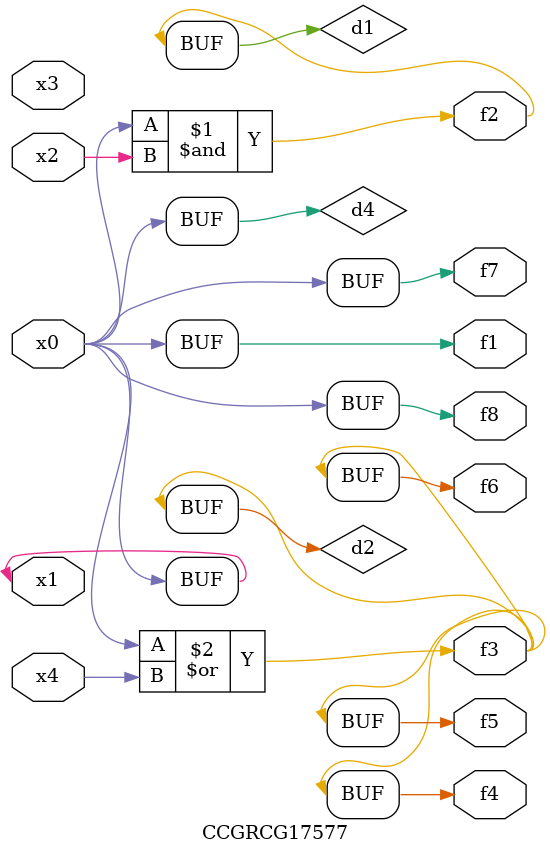
<source format=v>
module CCGRCG17577(
	input x0, x1, x2, x3, x4,
	output f1, f2, f3, f4, f5, f6, f7, f8
);

	wire d1, d2, d3, d4;

	and (d1, x0, x2);
	or (d2, x0, x4);
	nand (d3, x0, x2);
	buf (d4, x0, x1);
	assign f1 = d4;
	assign f2 = d1;
	assign f3 = d2;
	assign f4 = d2;
	assign f5 = d2;
	assign f6 = d2;
	assign f7 = d4;
	assign f8 = d4;
endmodule

</source>
